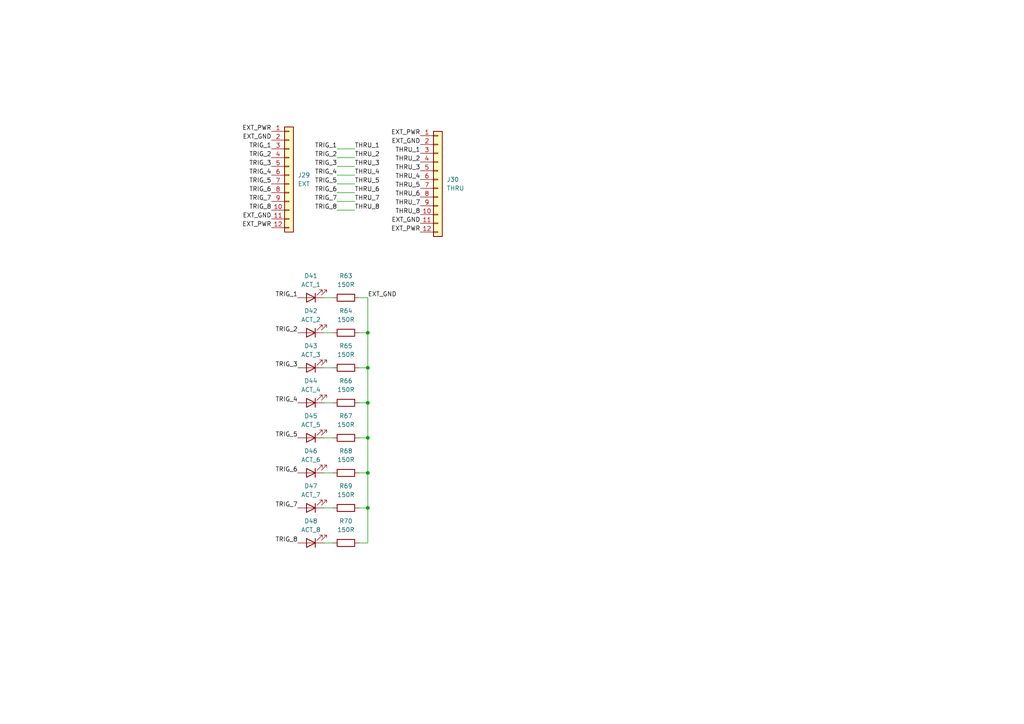
<source format=kicad_sch>
(kicad_sch (version 20231120) (generator "eeschema") (generator_version "8.0")
  (paper "A4")
  (title_block (title "Audio Thing Template") (rev "1.0") (company "velvia-fifty") (comment 1 "https://github.com/velvia-fifty/AudioThings") (comment 2 "You should have changed this already :)") (comment 4 "Stay humble"))
  (lib_symbols
    (symbol "Connector_Generic:Conn_01x12" (pin_names (offset 1.016) hide)
      (property "Reference" "J" (at 0 15.24 0))
      (property "Value" "Conn_01x12" (at 0 -17.78 0))
      (symbol "Conn_01x12_1_1"
        (rectangle (start -1.27 -15.113) (end 0 -15.367) (stroke (width 0.1524)))
        (rectangle (start -1.27 -12.573) (end 0 -12.827) (stroke (width 0.1524)))
        (rectangle (start -1.27 -10.033) (end 0 -10.287) (stroke (width 0.1524)))
        (rectangle (start -1.27 -7.493) (end 0 -7.747) (stroke (width 0.1524)))
        (rectangle (start -1.27 -4.953) (end 0 -5.207) (stroke (width 0.1524)))
        (rectangle (start -1.27 -2.413) (end 0 -2.667) (stroke (width 0.1524)))
        (rectangle (start -1.27 0.127) (end 0 -0.127) (stroke (width 0.1524)))
        (rectangle (start -1.27 2.667) (end 0 2.413) (stroke (width 0.1524)))
        (rectangle (start -1.27 5.207) (end 0 4.953) (stroke (width 0.1524)))
        (rectangle (start -1.27 7.747) (end 0 7.493) (stroke (width 0.1524)))
        (rectangle (start -1.27 10.287) (end 0 10.033) (stroke (width 0.1524)))
        (rectangle (start -1.27 12.827) (end 0 12.573) (stroke (width 0.1524)))
        (rectangle (start -1.27 13.97) (end 1.27 -16.51) (stroke (width 0.254)) (fill (type background)))
        (pin passive line (at -5.08 12.7 0) (length 3.81) (name "Pin_1") (number "1"))
        (pin passive line (at -5.08 -10.16 0) (length 3.81) (name "Pin_10") (number "10"))
        (pin passive line (at -5.08 -12.7 0) (length 3.81) (name "Pin_11") (number "11"))
        (pin passive line (at -5.08 -15.24 0) (length 3.81) (name "Pin_12") (number "12"))
        (pin passive line (at -5.08 10.16 0) (length 3.81) (name "Pin_2") (number "2"))
        (pin passive line (at -5.08 7.62 0) (length 3.81) (name "Pin_3") (number "3"))
        (pin passive line (at -5.08 5.08 0) (length 3.81) (name "Pin_4") (number "4"))
        (pin passive line (at -5.08 2.54 0) (length 3.81) (name "Pin_5") (number "5"))
        (pin passive line (at -5.08 0 0) (length 3.81) (name "Pin_6") (number "6"))
        (pin passive line (at -5.08 -2.54 0) (length 3.81) (name "Pin_7") (number "7"))
        (pin passive line (at -5.08 -5.08 0) (length 3.81) (name "Pin_8") (number "8"))
        (pin passive line (at -5.08 -7.62 0) (length 3.81) (name "Pin_9") (number "9"))
      )
    )
    (symbol "Device:LED" (pin_numbers hide) (pin_names (offset 1.016) hide)
      (property "Reference" "D" (at 0 2.54 0))
      (property "Value" "LED" (at 0 -2.54 0))
      (symbol "LED_0_1"
        (polyline (pts (xy -1.27 -1.27) (xy -1.27 1.27)) (stroke (width 0.254)))
        (polyline (pts (xy -1.27 0) (xy 1.27 0)))
        (polyline (pts (xy 1.27 -1.27) (xy 1.27 1.27) (xy -1.27 0) (xy 1.27 -1.27)) (stroke (width 0.254)))
        (polyline (pts (xy -3.048 -0.762) (xy -4.572 -2.286) (xy -3.81 -2.286) (xy -4.572 -2.286) (xy -4.572 -1.524)))
        (polyline (pts (xy -1.778 -0.762) (xy -3.302 -2.286) (xy -2.54 -2.286) (xy -3.302 -2.286) (xy -3.302 -1.524)))
      )
      (symbol "LED_1_1"
        (pin passive line (at -3.81 0 0) (length 2.54) (name "K") (number "1"))
        (pin passive line (at 3.81 0 180) (length 2.54) (name "A") (number "2"))
      )
    )
    (symbol "Device:R" (pin_numbers hide) (pin_names (offset 0))
      (property "Reference" "R" (at 2.032 0 90))
      (property "Value" "R" (at 0 0 90))
      (symbol "R_0_1"
        (rectangle (start -1.016 -2.54) (end 1.016 2.54) (stroke (width 0.254)))
      )
      (symbol "R_1_1"
        (pin passive line (at 0 3.81 270) (length 1.27) (name "~") (number "1"))
        (pin passive line (at 0 -3.81 90) (length 1.27) (name "~") (number "2"))
      )
    )
  )
  (junction (at 106.68 116.84))
  (junction (at 106.68 106.68))
  (junction (at 106.68 137.16))
  (junction (at 106.68 147.32))
  (junction (at 106.68 96.52))
  (junction (at 106.68 127))
  (wire (pts (xy 104.14 96.52) (xy 106.68 96.52)))
  (wire (pts (xy 96.52 127) (xy 93.98 127)))
  (wire (pts (xy 96.52 86.36) (xy 93.98 86.36)))
  (wire (pts (xy 102.87 45.72) (xy 97.79 45.72)))
  (wire (pts (xy 102.87 53.34) (xy 97.79 53.34)))
  (wire (pts (xy 104.14 116.84) (xy 106.68 116.84)))
  (wire (pts (xy 104.14 157.48) (xy 106.68 157.48)))
  (wire (pts (xy 102.87 60.96) (xy 97.79 60.96)))
  (wire (pts (xy 106.68 147.32) (xy 106.68 157.48)))
  (wire (pts (xy 104.14 106.68) (xy 106.68 106.68)))
  (wire (pts (xy 96.52 147.32) (xy 93.98 147.32)))
  (wire (pts (xy 104.14 137.16) (xy 106.68 137.16)))
  (wire (pts (xy 104.14 86.36) (xy 106.68 86.36)))
  (wire (pts (xy 102.87 58.42) (xy 97.79 58.42)))
  (wire (pts (xy 102.87 48.26) (xy 97.79 48.26)))
  (wire (pts (xy 102.87 50.8) (xy 97.79 50.8)))
  (wire (pts (xy 96.52 137.16) (xy 93.98 137.16)))
  (wire (pts (xy 102.87 55.88) (xy 97.79 55.88)))
  (wire (pts (xy 106.68 96.52) (xy 106.68 106.68)))
  (wire (pts (xy 102.87 43.18) (xy 97.79 43.18)))
  (wire (pts (xy 96.52 106.68) (xy 93.98 106.68)))
  (wire (pts (xy 106.68 127) (xy 106.68 137.16)))
  (wire (pts (xy 96.52 116.84) (xy 93.98 116.84)))
  (wire (pts (xy 104.14 127) (xy 106.68 127)))
  (wire (pts (xy 106.68 137.16) (xy 106.68 147.32)))
  (wire (pts (xy 104.14 147.32) (xy 106.68 147.32)))
  (wire (pts (xy 96.52 96.52) (xy 93.98 96.52)))
  (wire (pts (xy 106.68 86.36) (xy 106.68 96.52)))
  (wire (pts (xy 106.68 116.84) (xy 106.68 127)))
  (wire (pts (xy 106.68 106.68) (xy 106.68 116.84)))
  (wire (pts (xy 96.52 157.48) (xy 93.98 157.48)))
  (label "THRU_1" (at 102.87 43.18 0))
  (label "THRU_3" (at 102.87 48.26 0))
  (label "TRIG_3" (at 86.36 106.68 180))
  (label "THRU_3" (at 121.92 49.53 180))
  (label "EXT_PWR" (at 78.74 38.1 180))
  (label "TRIG_4" (at 78.74 50.8 180))
  (label "EXT_GND" (at 78.74 63.5 180))
  (label "TRIG_5" (at 78.74 53.34 180))
  (label "TRIG_6" (at 78.74 55.88 180))
  (label "THRU_7" (at 102.87 58.42 0))
  (label "TRIG_4" (at 86.36 116.84 180))
  (label "TRIG_7" (at 86.36 147.32 180))
  (label "THRU_5" (at 121.92 54.61 180))
  (label "TRIG_1" (at 97.79 43.18 180))
  (label "THRU_2" (at 121.92 46.99 180))
  (label "THRU_1" (at 121.92 44.45 180))
  (label "TRIG_2" (at 78.74 45.72 180))
  (label "TRIG_8" (at 97.79 60.96 180))
  (label "THRU_8" (at 121.92 62.23 180))
  (label "TRIG_4" (at 97.79 50.8 180))
  (label "TRIG_8" (at 86.36 157.48 180))
  (label "EXT_GND" (at 106.68 86.36 0))
  (label "TRIG_1" (at 78.74 43.18 180))
  (label "TRIG_2" (at 86.36 96.52 180))
  (label "THRU_5" (at 102.87 53.34 0))
  (label "EXT_PWR" (at 121.92 39.37 180))
  (label "TRIG_2" (at 97.79 45.72 180))
  (label "TRIG_6" (at 97.79 55.88 180))
  (label "THRU_7" (at 121.92 59.69 180))
  (label "TRIG_7" (at 78.74 58.42 180))
  (label "EXT_GND" (at 78.74 40.64 180))
  (label "THRU_4" (at 121.92 52.07 180))
  (label "TRIG_3" (at 97.79 48.26 180))
  (label "THRU_6" (at 121.92 57.15 180))
  (label "TRIG_5" (at 86.36 127 180))
  (label "THRU_4" (at 102.87 50.8 0))
  (label "EXT_PWR" (at 78.74 66.04 180))
  (label "TRIG_5" (at 97.79 53.34 180))
  (label "THRU_8" (at 102.87 60.96 0))
  (label "EXT_GND" (at 121.92 41.91 180))
  (label "THRU_2" (at 102.87 45.72 0))
  (label "TRIG_3" (at 78.74 48.26 180))
  (label "TRIG_8" (at 78.74 60.96 180))
  (label "THRU_6" (at 102.87 55.88 0))
  (label "TRIG_1" (at 86.36 86.36 180))
  (label "TRIG_6" (at 86.36 137.16 180))
  (label "EXT_PWR" (at 121.92 67.31 180))
  (label "TRIG_7" (at 97.79 58.42 180))
  (label "EXT_GND" (at 121.92 64.77 180))
  (symbol (lib_id "Device:LED") (at 90.17 137.16 180) (unit 1)
    (property "Reference" "D46" (at 90.17 130.81 0))
    (property "Value" "ACT_6" (at 90.17 133.35 0))
    (property "Footprint" "LED_SMD:LED_0805_2012Metric_Pad1.15x1.40mm_HandSolder" (effects (hide yes)))
    (property "Description" "Light emitting diode" (effects (hide yes)))
    (property "Note" "Flip Footprint!" (effects (hide yes)))
  )
  (symbol (lib_id "Device:R") (at 100.33 106.68 270) (unit 1)
    (property "Reference" "R65" (at 100.33 100.33 90))
    (property "Value" "150R" (at 100.33 102.87 90))
    (property "Footprint" "Resistor_SMD:R_0805_2012Metric_Pad1.20x1.40mm_HandSolder" (effects (hide yes)))
    (property "Description" "Resistor" (effects (hide yes)))
  )
  (symbol (lib_id "Device:R") (at 100.33 137.16 270) (unit 1)
    (property "Reference" "R68" (at 100.33 130.81 90))
    (property "Value" "150R" (at 100.33 133.35 90))
    (property "Footprint" "Resistor_SMD:R_0805_2012Metric_Pad1.20x1.40mm_HandSolder" (effects (hide yes)))
    (property "Description" "Resistor" (effects (hide yes)))
  )
  (symbol (lib_id "Device:LED") (at 90.17 106.68 180) (unit 1)
    (property "Reference" "D43" (at 90.17 100.33 0))
    (property "Value" "ACT_3" (at 90.17 102.87 0))
    (property "Footprint" "LED_SMD:LED_0805_2012Metric_Pad1.15x1.40mm_HandSolder" (effects (hide yes)))
    (property "Description" "Light emitting diode" (effects (hide yes)))
    (property "Note" "Flip Footprint!" (effects (hide yes)))
  )
  (symbol (lib_id "Device:LED") (at 90.17 116.84 180) (unit 1)
    (property "Reference" "D44" (at 90.17 110.49 0))
    (property "Value" "ACT_4" (at 90.17 113.03 0))
    (property "Footprint" "LED_SMD:LED_0805_2012Metric_Pad1.15x1.40mm_HandSolder" (effects (hide yes)))
    (property "Description" "Light emitting diode" (effects (hide yes)))
    (property "Note" "Flip Footprint!" (effects (hide yes)))
  )
  (symbol (lib_id "Device:R") (at 100.33 116.84 270) (unit 1)
    (property "Reference" "R66" (at 100.33 110.49 90))
    (property "Value" "150R" (at 100.33 113.03 90))
    (property "Footprint" "Resistor_SMD:R_0805_2012Metric_Pad1.20x1.40mm_HandSolder" (effects (hide yes)))
    (property "Description" "Resistor" (effects (hide yes)))
  )
  (symbol (lib_id "Device:LED") (at 90.17 96.52 180) (unit 1)
    (property "Reference" "D42" (at 90.17 90.17 0))
    (property "Value" "ACT_2" (at 90.17 92.71 0))
    (property "Footprint" "LED_SMD:LED_0805_2012Metric_Pad1.15x1.40mm_HandSolder" (effects (hide yes)))
    (property "Description" "Light emitting diode" (effects (hide yes)))
    (property "Note" "Flip Footprint!" (effects (hide yes)))
  )
  (symbol (lib_id "Device:R") (at 100.33 96.52 270) (unit 1)
    (property "Reference" "R64" (at 100.33 90.17 90))
    (property "Value" "150R" (at 100.33 92.71 90))
    (property "Footprint" "Resistor_SMD:R_0805_2012Metric_Pad1.20x1.40mm_HandSolder" (effects (hide yes)))
    (property "Description" "Resistor" (effects (hide yes)))
  )
  (symbol (lib_id "Device:R") (at 100.33 147.32 270) (unit 1)
    (property "Reference" "R69" (at 100.33 140.97 90))
    (property "Value" "150R" (at 100.33 143.51 90))
    (property "Footprint" "Resistor_SMD:R_0805_2012Metric_Pad1.20x1.40mm_HandSolder" (effects (hide yes)))
    (property "Description" "Resistor" (effects (hide yes)))
  )
  (symbol (lib_id "Device:R") (at 100.33 157.48 270) (unit 1)
    (property "Reference" "R70" (at 100.33 151.13 90))
    (property "Value" "150R" (at 100.33 153.67 90))
    (property "Footprint" "Resistor_SMD:R_0805_2012Metric_Pad1.20x1.40mm_HandSolder" (effects (hide yes)))
    (property "Description" "Resistor" (effects (hide yes)))
  )
  (symbol (lib_id "Connector_Generic:Conn_01x12") (at 127 52.07 0) (unit 1)
    (property "Reference" "J30" (at 129.54 52.0699 0) (effects (justify left)))
    (property "Value" "THRU" (at 129.54 54.6099 0) (effects (justify left)))
    (property "Footprint" "AT-Footprints:JST_SHL 12pin w pads" (effects (hide yes)))
    (property "Description" "Generic connector, single row, 01x12, script generated (kicad-library-utils/schlib/autogen/connector/)" (effects (hide yes)))
  )
  (symbol (lib_id "Device:LED") (at 90.17 86.36 180) (unit 1)
    (property "Reference" "D41" (at 90.17 80.01 0))
    (property "Value" "ACT_1" (at 90.17 82.55 0))
    (property "Footprint" "LED_SMD:LED_0805_2012Metric_Pad1.15x1.40mm_HandSolder" (effects (hide yes)))
    (property "Description" "Light emitting diode" (effects (hide yes)))
    (property "Note" "Flip Footprint!" (effects (hide yes)))
  )
  (symbol (lib_id "Connector_Generic:Conn_01x12") (at 83.82 50.8 0) (unit 1)
    (property "Reference" "J29" (at 86.36 50.7999 0) (effects (justify left)))
    (property "Value" "EXT" (at 86.36 53.3399 0) (effects (justify left)))
    (property "Footprint" "AT-Footprints:JST_SHL 12pin w pads" (effects (hide yes)))
    (property "Description" "Generic connector, single row, 01x12, script generated (kicad-library-utils/schlib/autogen/connector/)" (effects (hide yes)))
  )
  (symbol (lib_id "Device:R") (at 100.33 127 270) (unit 1)
    (property "Reference" "R67" (at 100.33 120.65 90))
    (property "Value" "150R" (at 100.33 123.19 90))
    (property "Footprint" "Resistor_SMD:R_0805_2012Metric_Pad1.20x1.40mm_HandSolder" (effects (hide yes)))
    (property "Description" "Resistor" (effects (hide yes)))
  )
  (symbol (lib_id "Device:LED") (at 90.17 127 180) (unit 1)
    (property "Reference" "D45" (at 90.17 120.65 0))
    (property "Value" "ACT_5" (at 90.17 123.19 0))
    (property "Footprint" "LED_SMD:LED_0805_2012Metric_Pad1.15x1.40mm_HandSolder" (effects (hide yes)))
    (property "Description" "Light emitting diode" (effects (hide yes)))
    (property "Note" "Flip Footprint!" (effects (hide yes)))
  )
  (symbol (lib_id "Device:R") (at 100.33 86.36 270) (unit 1)
    (property "Reference" "R63" (at 100.33 80.01 90))
    (property "Value" "150R" (at 100.33 82.55 90))
    (property "Footprint" "Resistor_SMD:R_0805_2012Metric_Pad1.20x1.40mm_HandSolder" (effects (hide yes)))
    (property "Description" "Resistor" (effects (hide yes)))
  )
  (symbol (lib_id "Device:LED") (at 90.17 157.48 180) (unit 1)
    (property "Reference" "D48" (at 90.17 151.13 0))
    (property "Value" "ACT_8" (at 90.17 153.67 0))
    (property "Footprint" "LED_SMD:LED_0805_2012Metric_Pad1.15x1.40mm_HandSolder" (effects (hide yes)))
    (property "Description" "Light emitting diode" (effects (hide yes)))
    (property "Note" "Flip Footprint!" (effects (hide yes)))
  )
  (symbol (lib_id "Device:LED") (at 90.17 147.32 180) (unit 1)
    (property "Reference" "D47" (at 90.17 140.97 0))
    (property "Value" "ACT_7" (at 90.17 143.51 0))
    (property "Footprint" "LED_SMD:LED_0805_2012Metric_Pad1.15x1.40mm_HandSolder" (effects (hide yes)))
    (property "Description" "Light emitting diode" (effects (hide yes)))
    (property "Note" "Flip Footprint!" (effects (hide yes)))
  )
)
</source>
